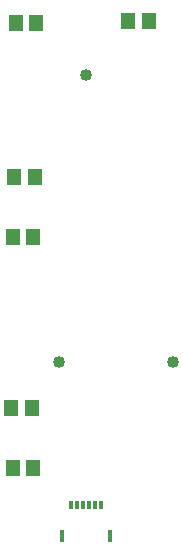
<source format=gtp>
%FSDAX24Y24*%
%MOIN*%
%SFA1B1*%

%IPPOS*%
%ADD10R,0.045300X0.055100*%
%ADD11C,0.040000*%
%ADD12R,0.011800X0.027600*%
%ADD13R,0.011800X0.039400*%
%LNpeggy-optical-board-1*%
%LPD*%
G54D10*
X012294Y024650D03*
X011606D03*
X016094Y029850D03*
X015406D03*
X012194Y016950D03*
X011506D03*
X011656Y029800D03*
X012344D03*
X011556Y022650D03*
X012244D03*
X011556Y014950D03*
X012244D03*
G54D11*
X016900Y018500D03*
X014000Y028050D03*
X013100Y018500D03*
G54D12*
X014492Y013740D03*
X014295D03*
X014098D03*
X013902D03*
X013705D03*
X013508D03*
G54D13*
X014803Y012697D03*
X013197D03*
M02*
</source>
